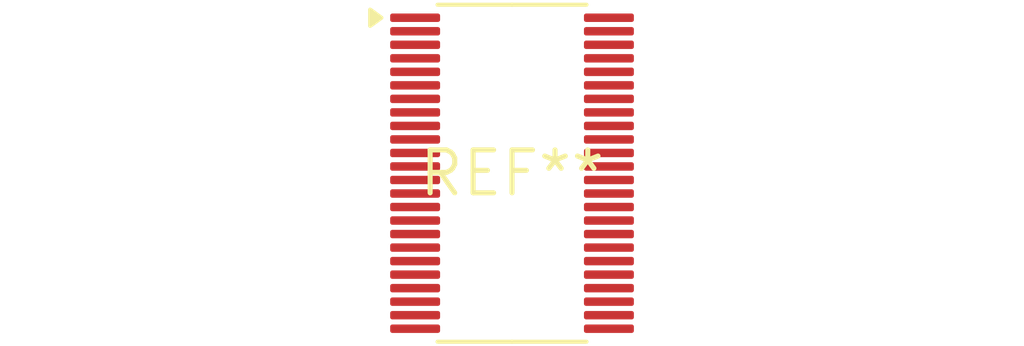
<source format=kicad_pcb>
(kicad_pcb (version 20240108) (generator pcbnew)
  (layers (0 "F.Cu" signal) (31 "B.Cu" signal) (34 "B.Paste" user) (35 "F.Paste" user) (36 "B.SilkS" user "B.Silkscreen") (37 "F.SilkS" user "F.Silkscreen") (38 "B.Mask" user) (39 "F.Mask" user) (44 "Edge.Cuts" user))
  (net 0 "")
  (footprint "TSSOP-48_4.4x9.7mm_P0.4mm" (layer "F.Cu") (at 0 0)
    (property "Reference" "REF**")
    (property "Value" "TSSOP-48_4.4x9.7mm_P0.4mm")
    (fp_line (start 0 -4.985) (end -2.2 -4.985) (layer "F.SilkS") (stroke (width 0.12)))
    (fp_line (start 0 -4.985) (end 2.2 -4.985) (layer "F.SilkS") (stroke (width 0.12)))
    (fp_line (start 0 4.985) (end -2.2 4.985) (layer "F.SilkS") (stroke (width 0.12)))
    (fp_line (start 0 4.985) (end 2.2 4.985) (layer "F.SilkS") (stroke (width 0.12)))
    (fp_poly (pts (xy -3.86 -4.6) (xy -4.19 -4.84) (xy -4.19 -4.36) (xy -3.86 -4.6)) (layer "F.SilkS") (stroke (width 0.12)) (fill solid))
    (pad "1" smd roundrect (at -2.8625 -4.6) (size 1.475 0.25) (layers "F.Cu" "F.Paste" "F.Mask"))
    (pad "2" smd roundrect (at -2.8625 -4.2) (size 1.475 0.25) (layers "F.Cu" "F.Paste" "F.Mask"))
    (pad "3" smd roundrect (at -2.8625 -3.8) (size 1.475 0.25) (layers "F.Cu" "F.Paste" "F.Mask"))
    (pad "4" smd roundrect (at -2.8625 -3.4) (size 1.475 0.25) (layers "F.Cu" "F.Paste" "F.Mask"))
    (pad "5" smd roundrect (at -2.8625 -3) (size 1.475 0.25) (layers "F.Cu" "F.Paste" "F.Mask"))
    (pad "6" smd roundrect (at -2.8625 -2.6) (size 1.475 0.25) (layers "F.Cu" "F.Paste" "F.Mask"))
    (pad "7" smd roundrect (at -2.8625 -2.2) (size 1.475 0.25) (layers "F.Cu" "F.Paste" "F.Mask"))
    (pad "8" smd roundrect (at -2.8625 -1.8) (size 1.475 0.25) (layers "F.Cu" "F.Paste" "F.Mask"))
    (pad "9" smd roundrect (at -2.8625 -1.4) (size 1.475 0.25) (layers "F.Cu" "F.Paste" "F.Mask"))
    (pad "10" smd roundrect (at -2.8625 -1) (size 1.475 0.25) (layers "F.Cu" "F.Paste" "F.Mask"))
    (pad "11" smd roundrect (at -2.8625 -0.6) (size 1.475 0.25) (layers "F.Cu" "F.Paste" "F.Mask"))
    (pad "12" smd roundrect (at -2.8625 -0.2) (size 1.475 0.25) (layers "F.Cu" "F.Paste" "F.Mask"))
    (pad "13" smd roundrect (at -2.8625 0.2) (size 1.475 0.25) (layers "F.Cu" "F.Paste" "F.Mask"))
    (pad "14" smd roundrect (at -2.8625 0.6) (size 1.475 0.25) (layers "F.Cu" "F.Paste" "F.Mask"))
    (pad "15" smd roundrect (at -2.8625 1) (size 1.475 0.25) (layers "F.Cu" "F.Paste" "F.Mask"))
    (pad "16" smd roundrect (at -2.8625 1.4) (size 1.475 0.25) (layers "F.Cu" "F.Paste" "F.Mask"))
    (pad "17" smd roundrect (at -2.8625 1.8) (size 1.475 0.25) (layers "F.Cu" "F.Paste" "F.Mask"))
    (pad "18" smd roundrect (at -2.8625 2.2) (size 1.475 0.25) (layers "F.Cu" "F.Paste" "F.Mask"))
    (pad "19" smd roundrect (at -2.8625 2.6) (size 1.475 0.25) (layers "F.Cu" "F.Paste" "F.Mask"))
    (pad "20" smd roundrect (at -2.8625 3) (size 1.475 0.25) (layers "F.Cu" "F.Paste" "F.Mask"))
    (pad "21" smd roundrect (at -2.8625 3.4) (size 1.475 0.25) (layers "F.Cu" "F.Paste" "F.Mask"))
    (pad "22" smd roundrect (at -2.8625 3.8) (size 1.475 0.25) (layers "F.Cu" "F.Paste" "F.Mask"))
    (pad "23" smd roundrect (at -2.8625 4.2) (size 1.475 0.25) (layers "F.Cu" "F.Paste" "F.Mask"))
    (pad "24" smd roundrect (at -2.8625 4.6) (size 1.475 0.25) (layers "F.Cu" "F.Paste" "F.Mask"))
    (pad "25" smd roundrect (at 2.8625 4.6) (size 1.475 0.25) (layers "F.Cu" "F.Paste" "F.Mask"))
    (pad "26" smd roundrect (at 2.8625 4.2) (size 1.475 0.25) (layers "F.Cu" "F.Paste" "F.Mask"))
    (pad "27" smd roundrect (at 2.8625 3.8) (size 1.475 0.25) (layers "F.Cu" "F.Paste" "F.Mask"))
    (pad "28" smd roundrect (at 2.8625 3.4) (size 1.475 0.25) (layers "F.Cu" "F.Paste" "F.Mask"))
    (pad "29" smd roundrect (at 2.8625 3) (size 1.475 0.25) (layers "F.Cu" "F.Paste" "F.Mask"))
    (pad "30" smd roundrect (at 2.8625 2.6) (size 1.475 0.25) (layers "F.Cu" "F.Paste" "F.Mask"))
    (pad "31" smd roundrect (at 2.8625 2.2) (size 1.475 0.25) (layers "F.Cu" "F.Paste" "F.Mask"))
    (pad "32" smd roundrect (at 2.8625 1.8) (size 1.475 0.25) (layers "F.Cu" "F.Paste" "F.Mask"))
    (pad "33" smd roundrect (at 2.8625 1.4) (size 1.475 0.25) (layers "F.Cu" "F.Paste" "F.Mask"))
    (pad "34" smd roundrect (at 2.8625 1) (size 1.475 0.25) (layers "F.Cu" "F.Paste" "F.Mask"))
    (pad "35" smd roundrect (at 2.8625 0.6) (size 1.475 0.25) (layers "F.Cu" "F.Paste" "F.Mask"))
    (pad "36" smd roundrect (at 2.8625 0.2) (size 1.475 0.25) (layers "F.Cu" "F.Paste" "F.Mask"))
    (pad "37" smd roundrect (at 2.8625 -0.2) (size 1.475 0.25) (layers "F.Cu" "F.Paste" "F.Mask"))
    (pad "38" smd roundrect (at 2.8625 -0.6) (size 1.475 0.25) (layers "F.Cu" "F.Paste" "F.Mask"))
    (pad "39" smd roundrect (at 2.8625 -1) (size 1.475 0.25) (layers "F.Cu" "F.Paste" "F.Mask"))
    (pad "40" smd roundrect (at 2.8625 -1.4) (size 1.475 0.25) (layers "F.Cu" "F.Paste" "F.Mask"))
    (pad "41" smd roundrect (at 2.8625 -1.8) (size 1.475 0.25) (layers "F.Cu" "F.Paste" "F.Mask"))
    (pad "42" smd roundrect (at 2.8625 -2.2) (size 1.475 0.25) (layers "F.Cu" "F.Paste" "F.Mask"))
    (pad "43" smd roundrect (at 2.8625 -2.6) (size 1.475 0.25) (layers "F.Cu" "F.Paste" "F.Mask"))
    (pad "44" smd roundrect (at 2.8625 -3) (size 1.475 0.25) (layers "F.Cu" "F.Paste" "F.Mask"))
    (pad "45" smd roundrect (at 2.8625 -3.4) (size 1.475 0.25) (layers "F.Cu" "F.Paste" "F.Mask"))
    (pad "46" smd roundrect (at 2.8625 -3.8) (size 1.475 0.25) (layers "F.Cu" "F.Paste" "F.Mask"))
    (pad "47" smd roundrect (at 2.8625 -4.2) (size 1.475 0.25) (layers "F.Cu" "F.Paste" "F.Mask"))
    (pad "48" smd roundrect (at 2.8625 -4.6) (size 1.475 0.25) (layers "F.Cu" "F.Paste" "F.Mask"))
  )
)
</source>
